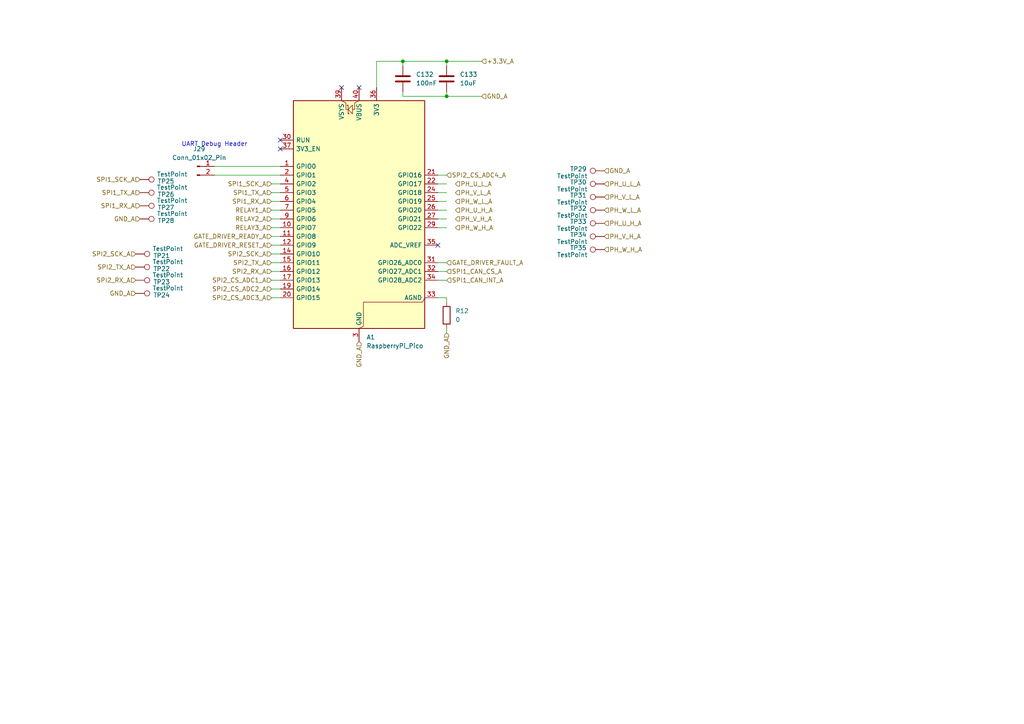
<source format=kicad_sch>
(kicad_sch (version 20250114) (generator "eeschema") (generator_version "9.0")
  (paper "A4")
  (lib_symbols
    (symbol "Connector:Conn_01x02_Pin" (pin_names (offset 1.016) (hide yes))
      (property "Reference" "J" (at 0 2.54 0))
      (property "Value" "Conn_01x02_Pin" (at 0 -5.08 0))
      (symbol "Conn_01x02_Pin_1_1"
        (rectangle (start 0.8636 0.127) (end 0 -0.127) (stroke (width 0.1524)) (fill (type outline)))
        (rectangle (start 0.8636 -2.413) (end 0 -2.667) (stroke (width 0.1524)) (fill (type outline)))
        (polyline (pts (xy 1.27 0) (xy 0.8636 0)) (stroke (width 0.1524)))
        (polyline (pts (xy 1.27 -2.54) (xy 0.8636 -2.54)) (stroke (width 0.1524)))
        (pin passive line (at 5.08 0 180) (length 3.81) (name "Pin_1") (number "1"))
        (pin passive line (at 5.08 -2.54 180) (length 3.81) (name "Pin_2") (number "2"))
      )
    )
    (symbol "Connector:TestPoint" (pin_numbers (hide yes)) (pin_names (offset 0.762) (hide yes))
      (property "Reference" "TP" (at 0 6.858 0))
      (property "Value" "TestPoint" (at 0 5.08 0))
      (symbol "TestPoint_0_1"
        (circle (center 0 3.302) (radius 0.762))
      )
      (symbol "TestPoint_1_1"
        (pin passive line (at 0 0 90) (length 2.54) (name "1") (number "1"))
      )
    )
    (symbol "Device:C" (pin_numbers (hide yes)) (pin_names (offset 0.254))
      (property "Reference" "C" (at 0.635 2.54 0))
      (property "Value" "C" (at 0.635 -2.54 0))
      (symbol "C_0_1"
        (polyline (pts (xy -2.032 0.762) (xy 2.032 0.762)) (stroke (width 0.508)))
        (polyline (pts (xy -2.032 -0.762) (xy 2.032 -0.762)) (stroke (width 0.508)))
      )
      (symbol "C_1_1"
        (pin passive line (at 0 3.81 270) (length 2.794) (name "~") (number "1"))
        (pin passive line (at 0 -3.81 90) (length 2.794) (name "~") (number "2"))
      )
    )
    (symbol "Device:R" (pin_numbers (hide yes)) (pin_names (offset 0))
      (property "Reference" "R" (at 2.032 0 90))
      (property "Value" "R" (at 0 0 90))
      (symbol "R_0_1"
        (rectangle (start -1.016 -2.54) (end 1.016 2.54) (stroke (width 0.254)))
      )
      (symbol "R_1_1"
        (pin passive line (at 0 3.81 270) (length 1.27) (name "~") (number "1"))
        (pin passive line (at 0 -3.81 90) (length 1.27) (name "~") (number "2"))
      )
    )
    (symbol "MCU_Module:RaspberryPi_Pico" (pin_names (offset 0.762))
      (property "Reference" "A" (at -19.05 35.56 0))
      (property "Value" "RaspberryPi_Pico" (at 7.62 35.56 0))
      (symbol "RaspberryPi_Pico_0_1"
        (rectangle (start -19.05 34.29) (end 19.05 -31.75) (stroke (width 0.254)) (fill (type background)))
        (polyline (pts (xy -5.08 34.29) (xy -3.81 33.655) (xy -3.81 31.75) (xy -3.175 31.75)))
        (polyline (pts (xy -3.429 32.766) (xy -3.429 33.02) (xy -3.175 33.02) (xy -3.175 30.48) (xy -2.921 30.48) (xy -2.921 30.734)))
        (polyline (pts (xy -3.175 31.75) (xy -1.905 33.02) (xy -1.905 30.48) (xy -3.175 31.75)))
        (polyline (pts (xy 0 34.29) (xy -1.27 33.655) (xy -1.27 31.75) (xy -1.905 31.75)))
        (polyline (pts (xy 0 -31.75) (xy 1.27 -31.115) (xy 1.27 -24.13) (xy 18.415 -24.13) (xy 19.05 -22.86)))
      )
      (symbol "RaspberryPi_Pico_1_1"
        (pin passive line (at -22.86 22.86 0) (length 3.81) (name "RUN") (number "30"))
        (pin passive line (at -22.86 20.32 0) (length 3.81) (name "3V3_EN") (number "37"))
        (pin bidirectional line (at -22.86 15.24 0) (length 3.81) (name "GPIO0") (number "1"))
        (pin bidirectional line (at -22.86 12.7 0) (length 3.81) (name "GPIO1") (number "2"))
        (pin bidirectional line (at -22.86 10.16 0) (length 3.81) (name "GPIO2") (number "4"))
        (pin bidirectional line (at -22.86 7.62 0) (length 3.81) (name "GPIO3") (number "5"))
        (pin bidirectional line (at -22.86 5.08 0) (length 3.81) (name "GPIO4") (number "6"))
        (pin bidirectional line (at -22.86 2.54 0) (length 3.81) (name "GPIO5") (number "7"))
        (pin bidirectional line (at -22.86 0 0) (length 3.81) (name "GPIO6") (number "9"))
        (pin bidirectional line (at -22.86 -2.54 0) (length 3.81) (name "GPIO7") (number "10"))
        (pin bidirectional line (at -22.86 -5.08 0) (length 3.81) (name "GPIO8") (number "11"))
        (pin bidirectional line (at -22.86 -7.62 0) (length 3.81) (name "GPIO9") (number "12"))
        (pin bidirectional line (at -22.86 -10.16 0) (length 3.81) (name "GPIO10") (number "14"))
        (pin bidirectional line (at -22.86 -12.7 0) (length 3.81) (name "GPIO11") (number "15"))
        (pin bidirectional line (at -22.86 -15.24 0) (length 3.81) (name "GPIO12") (number "16"))
        (pin bidirectional line (at -22.86 -17.78 0) (length 3.81) (name "GPIO13") (number "17"))
        (pin bidirectional line (at -22.86 -20.32 0) (length 3.81) (name "GPIO14") (number "19"))
        (pin bidirectional line (at -22.86 -22.86 0) (length 3.81) (name "GPIO15") (number "20"))
        (pin power_in line (at -5.08 38.1 270) (length 3.81) (name "VSYS") (number "39"))
        (pin power_out line (at 0 38.1 270) (length 3.81) (name "VBUS") (number "40"))
        (pin passive line (at 0 -35.56 90) (length 3.81) (hide yes) (name "GND") (number "13"))
        (pin passive line (at 0 -35.56 90) (length 3.81) (hide yes) (name "GND") (number "18"))
        (pin passive line (at 0 -35.56 90) (length 3.81) (hide yes) (name "GND") (number "23"))
        (pin passive line (at 0 -35.56 90) (length 3.81) (hide yes) (name "GND") (number "28"))
        (pin power_out line (at 0 -35.56 90) (length 3.81) (name "GND") (number "3"))
        (pin passive line (at 0 -35.56 90) (length 3.81) (hide yes) (name "GND") (number "38"))
        (pin passive line (at 0 -35.56 90) (length 3.81) (hide yes) (name "GND") (number "8"))
        (pin power_out line (at 5.08 38.1 270) (length 3.81) (name "3V3") (number "36"))
        (pin bidirectional line (at 22.86 12.7 180) (length 3.81) (name "GPIO16") (number "21"))
        (pin bidirectional line (at 22.86 10.16 180) (length 3.81) (name "GPIO17") (number "22"))
        (pin bidirectional line (at 22.86 7.62 180) (length 3.81) (name "GPIO18") (number "24"))
        (pin bidirectional line (at 22.86 5.08 180) (length 3.81) (name "GPIO19") (number "25"))
        (pin bidirectional line (at 22.86 2.54 180) (length 3.81) (name "GPIO20") (number "26"))
        (pin bidirectional line (at 22.86 0 180) (length 3.81) (name "GPIO21") (number "27"))
        (pin bidirectional line (at 22.86 -2.54 180) (length 3.81) (name "GPIO22") (number "29"))
        (pin power_in line (at 22.86 -7.62 180) (length 3.81) (name "ADC_VREF") (number "35"))
        (pin bidirectional line (at 22.86 -12.7 180) (length 3.81) (name "GPIO26_ADC0") (number "31"))
        (pin bidirectional line (at 22.86 -15.24 180) (length 3.81) (name "GPIO27_ADC1") (number "32"))
        (pin bidirectional line (at 22.86 -17.78 180) (length 3.81) (name "GPIO28_ADC2") (number "34"))
        (pin power_out line (at 22.86 -22.86 180) (length 3.81) (name "AGND") (number "33"))
      )
    )
  )
  (text "UART Debug Header" (at 62.23 41.91 0) (effects (font (size 1.27 1.27))))
  (junction (at 129.54 27.94))
  (junction (at 129.54 17.78))
  (junction (at 116.84 17.78))
  (no_connect (at 104.14 25.4))
  (no_connect (at 99.06 25.4))
  (no_connect (at 127 71.12))
  (no_connect (at 81.28 43.18))
  (no_connect (at 81.28 40.64))
  (wire (pts (xy 116.84 27.94) (xy 116.84 26.67)))
  (wire (pts (xy 129.54 63.5) (xy 127 63.5)))
  (wire (pts (xy 129.54 17.78) (xy 129.54 19.05)))
  (wire (pts (xy 78.74 76.2) (xy 81.28 76.2)))
  (wire (pts (xy 129.54 58.42) (xy 127 58.42)))
  (wire (pts (xy 78.74 60.96) (xy 81.28 60.96)))
  (wire (pts (xy 78.74 63.5) (xy 81.28 63.5)))
  (wire (pts (xy 139.7 17.78) (xy 129.54 17.78)))
  (wire (pts (xy 129.54 60.96) (xy 127 60.96)))
  (wire (pts (xy 78.74 86.36) (xy 81.28 86.36)))
  (wire (pts (xy 78.74 71.12) (xy 81.28 71.12)))
  (wire (pts (xy 78.74 53.34) (xy 81.28 53.34)))
  (wire (pts (xy 129.54 27.94) (xy 129.54 26.67)))
  (wire (pts (xy 109.22 17.78) (xy 109.22 25.4)))
  (wire (pts (xy 129.54 55.88) (xy 127 55.88)))
  (wire (pts (xy 116.84 17.78) (xy 116.84 19.05)))
  (wire (pts (xy 78.74 58.42) (xy 81.28 58.42)))
  (wire (pts (xy 127 78.74) (xy 129.54 78.74)))
  (wire (pts (xy 129.54 76.2) (xy 127 76.2)))
  (wire (pts (xy 129.54 53.34) (xy 127 53.34)))
  (wire (pts (xy 62.23 48.26) (xy 81.28 48.26)))
  (wire (pts (xy 129.54 87.63) (xy 129.54 86.36)))
  (wire (pts (xy 116.84 17.78) (xy 109.22 17.78)))
  (wire (pts (xy 129.54 86.36) (xy 127 86.36)))
  (wire (pts (xy 62.23 50.8) (xy 81.28 50.8)))
  (wire (pts (xy 78.74 81.28) (xy 81.28 81.28)))
  (wire (pts (xy 129.54 27.94) (xy 139.7 27.94)))
  (wire (pts (xy 129.54 66.04) (xy 127 66.04)))
  (wire (pts (xy 78.74 66.04) (xy 81.28 66.04)))
  (wire (pts (xy 78.74 68.58) (xy 81.28 68.58)))
  (wire (pts (xy 127 81.28) (xy 129.54 81.28)))
  (wire (pts (xy 129.54 95.25) (xy 129.54 96.52)))
  (wire (pts (xy 116.84 27.94) (xy 129.54 27.94)))
  (wire (pts (xy 127 50.8) (xy 129.54 50.8)))
  (wire (pts (xy 78.74 83.82) (xy 81.28 83.82)))
  (wire (pts (xy 78.74 73.66) (xy 81.28 73.66)))
  (wire (pts (xy 78.74 78.74) (xy 81.28 78.74)))
  (wire (pts (xy 78.74 55.88) (xy 81.28 55.88)))
  (wire (pts (xy 129.54 17.78) (xy 116.84 17.78)))
  (hierarchical_label "SPI2_TX_A" (shape input) (at 39.37 77.47 180))
  (hierarchical_label "SPI1_CAN_CS_A" (shape input) (at 129.54 78.74 0))
  (hierarchical_label "PH_V_L_A" (shape input) (at 132.08 55.88 0))
  (hierarchical_label "SPI1_TX_A" (shape input) (at 78.74 55.88 180))
  (hierarchical_label "SPI2_CS_ADC1_A" (shape input) (at 78.74 81.28 180))
  (hierarchical_label "RELAY3_A" (shape input) (at 78.74 66.04 180))
  (hierarchical_label "PH_W_L_A" (shape input) (at 175.26 60.96 0))
  (hierarchical_label "GATE_DRIVER_RESET_A" (shape input) (at 78.74 71.12 180))
  (hierarchical_label "SPI1_CAN_INT_A" (shape input) (at 129.54 81.28 0))
  (hierarchical_label "GND_A" (shape input) (at 104.14 99.06 270))
  (hierarchical_label "SPI1_SCK_A" (shape input) (at 78.74 53.34 180))
  (hierarchical_label "GND_A" (shape input) (at 40.64 63.5 180))
  (hierarchical_label "+3.3V_A" (shape input) (at 139.7 17.78 0))
  (hierarchical_label "RELAY1_A" (shape input) (at 78.74 60.96 180))
  (hierarchical_label "SPI1_RX_A" (shape input) (at 40.64 59.69 180))
  (hierarchical_label "SPI2_RX_A" (shape input) (at 78.74 78.74 180))
  (hierarchical_label "PH_W_H_A" (shape input) (at 132.08 66.04 0))
  (hierarchical_label "PH_V_L_A" (shape input) (at 175.26 57.15 0))
  (hierarchical_label "SPI2_CS_ADC2_A" (shape input) (at 78.74 83.82 180))
  (hierarchical_label "GND_A" (shape input) (at 39.37 85.09 180))
  (hierarchical_label "SPI2_SCK_A" (shape input) (at 39.37 73.66 180))
  (hierarchical_label "SPI2_SCK_A" (shape input) (at 78.74 73.66 180))
  (hierarchical_label "SPI2_TX_A" (shape input) (at 78.74 76.2 180))
  (hierarchical_label "PH_V_H_A" (shape input) (at 175.26 68.58 0))
  (hierarchical_label "SPI1_TX_A" (shape input) (at 40.64 55.88 180))
  (hierarchical_label "PH_W_L_A" (shape input) (at 132.08 58.42 0))
  (hierarchical_label "GATE_DRIVER_FAULT_A" (shape input) (at 129.54 76.2 0))
  (hierarchical_label "GATE_DRIVER_READY_A" (shape input) (at 78.74 68.58 180))
  (hierarchical_label "SPI2_CS_ADC4_A" (shape input) (at 129.54 50.8 0))
  (hierarchical_label "PH_U_H_A" (shape input) (at 132.08 60.96 0))
  (hierarchical_label "SPI1_RX_A" (shape input) (at 78.74 58.42 180))
  (hierarchical_label "PH_V_H_A" (shape input) (at 132.08 63.5 0))
  (hierarchical_label "PH_U_L_A" (shape input) (at 175.26 53.34 0))
  (hierarchical_label "PH_U_L_A" (shape input) (at 132.08 53.34 0))
  (hierarchical_label "SPI1_SCK_A" (shape input) (at 40.64 52.07 180))
  (hierarchical_label "GND_A" (shape input) (at 139.7 27.94 0))
  (hierarchical_label "GND_A" (shape input) (at 175.26 49.53 0))
  (hierarchical_label "PH_U_H_A" (shape input) (at 175.26 64.77 0))
  (hierarchical_label "PH_W_H_A" (shape input) (at 175.26 72.39 0))
  (hierarchical_label "GND_A" (shape input) (at 129.54 96.52 270))
  (hierarchical_label "SPI2_CS_ADC3_A" (shape input) (at 78.74 86.36 180))
  (hierarchical_label "RELAY2_A" (shape input) (at 78.74 63.5 180))
  (hierarchical_label "SPI2_RX_A" (shape input) (at 39.37 81.28 180))
  (symbol (lib_id "Connector:TestPoint") (at 40.64 59.69 270) (unit 1)
    (property "Reference" "TP27" (at 45.72 60.198 90) (effects (justify left)))
    (property "Value" "TestPoint" (at 45.466 58.166 90) (effects (justify left)))
    (property "Footprint" "TestPoint:TestPoint_Loop_D2.54mm_Drill1.5mm_Beaded" (effects (hide yes)))
    (property "Description" "test point" (effects (hide yes)))
  )
  (symbol (lib_id "Connector:TestPoint") (at 39.37 77.47 270) (unit 1)
    (property "Reference" "TP22" (at 44.45 77.978 90) (effects (justify left)))
    (property "Value" "TestPoint" (at 44.196 75.946 90) (effects (justify left)))
    (property "Footprint" "TestPoint:TestPoint_Loop_D2.54mm_Drill1.5mm_Beaded" (effects (hide yes)))
    (property "Description" "test point" (effects (hide yes)))
  )
  (symbol (lib_id "Connector:TestPoint") (at 40.64 52.07 270) (unit 1)
    (property "Reference" "TP25" (at 45.72 52.578 90) (effects (justify left)))
    (property "Value" "TestPoint" (at 45.466 50.546 90) (effects (justify left)))
    (property "Footprint" "TestPoint:TestPoint_Loop_D2.54mm_Drill1.5mm_Beaded" (effects (hide yes)))
    (property "Description" "test point" (effects (hide yes)))
  )
  (symbol (lib_id "Connector:TestPoint") (at 39.37 85.09 270) (unit 1)
    (property "Reference" "TP24" (at 44.45 85.598 90) (effects (justify left)))
    (property "Value" "TestPoint" (at 44.196 83.566 90) (effects (justify left)))
    (property "Footprint" "TestPoint:TestPoint_Loop_D2.54mm_Drill1.5mm_Beaded" (effects (hide yes)))
    (property "Description" "test point" (effects (hide yes)))
  )
  (symbol (lib_id "Connector:TestPoint") (at 40.64 63.5 270) (unit 1)
    (property "Reference" "TP28" (at 45.72 64.008 90) (effects (justify left)))
    (property "Value" "TestPoint" (at 45.466 61.976 90) (effects (justify left)))
    (property "Footprint" "TestPoint:TestPoint_Loop_D2.54mm_Drill1.5mm_Beaded" (effects (hide yes)))
    (property "Description" "test point" (effects (hide yes)))
  )
  (symbol (lib_id "Device:C") (at 129.54 22.86 0) (unit 1)
    (property "Reference" "C133" (at 133.35 21.5899 0) (effects (justify left)))
    (property "Value" "10uF" (at 133.35 24.13 0) (effects (justify left)))
    (property "Footprint" "Capacitor_SMD:C_1210_3225Metric_Pad1.33x2.70mm_HandSolder" (effects (hide yes)))
    (property "Description" "Unpolarized capacitor" (effects (hide yes)))
  )
  (symbol (lib_id "Connector:TestPoint") (at 175.26 60.96 90) (unit 1)
    (property "Reference" "TP32" (at 170.18 60.452 90) (effects (justify left)))
    (property "Value" "TestPoint" (at 170.434 62.484 90) (effects (justify left)))
    (property "Footprint" "TestPoint:TestPoint_Loop_D2.54mm_Drill1.5mm_Beaded" (effects (hide yes)))
    (property "Description" "test point" (effects (hide yes)))
  )
  (symbol (lib_id "MCU_Module:RaspberryPi_Pico") (at 104.14 63.5 0) (unit 1)
    (property "Reference" "A1" (at 106.2833 97.79 0) (effects (justify left)))
    (property "Value" "RaspberryPi_Pico" (at 106.2833 100.33 0) (effects (justify left)))
    (property "Footprint" "InverterCom:RaspberryPi_Pico_Common_Unspecified" (effects (hide yes)))
    (property "Datasheet" "https://datasheets.raspberrypi.com/pico/pico-datasheet.pdf" (effects (hide yes)))
    (property "Description" "Versatile and inexpensive microcontroller module powered by RP2040 dual-core Arm Cortex-M0+ processor up to 133 MHz, 264kB SRAM, 2MB QSPI flash; also supports Raspberry Pi Pico 2" (effects (hide yes)))
  )
  (symbol (lib_id "Connector:TestPoint") (at 175.26 53.34 90) (unit 1)
    (property "Reference" "TP30" (at 170.18 52.832 90) (effects (justify left)))
    (property "Value" "TestPoint" (at 170.434 54.864 90) (effects (justify left)))
    (property "Footprint" "TestPoint:TestPoint_Loop_D2.54mm_Drill1.5mm_Beaded" (effects (hide yes)))
    (property "Description" "test point" (effects (hide yes)))
  )
  (symbol (lib_id "Connector:TestPoint") (at 39.37 81.28 270) (unit 1)
    (property "Reference" "TP23" (at 44.45 81.788 90) (effects (justify left)))
    (property "Value" "TestPoint" (at 44.196 79.756 90) (effects (justify left)))
    (property "Footprint" "TestPoint:TestPoint_Loop_D2.54mm_Drill1.5mm_Beaded" (effects (hide yes)))
    (property "Description" "test point" (effects (hide yes)))
  )
  (symbol (lib_id "Connector:TestPoint") (at 175.26 57.15 90) (unit 1)
    (property "Reference" "TP31" (at 170.18 56.642 90) (effects (justify left)))
    (property "Value" "TestPoint" (at 170.434 58.674 90) (effects (justify left)))
    (property "Footprint" "TestPoint:TestPoint_Loop_D2.54mm_Drill1.5mm_Beaded" (effects (hide yes)))
    (property "Description" "test point" (effects (hide yes)))
  )
  (symbol (lib_id "Connector:TestPoint") (at 175.26 72.39 90) (unit 1)
    (property "Reference" "TP35" (at 170.18 71.882 90) (effects (justify left)))
    (property "Value" "TestPoint" (at 170.434 73.914 90) (effects (justify left)))
    (property "Footprint" "TestPoint:TestPoint_Loop_D2.54mm_Drill1.5mm_Beaded" (effects (hide yes)))
    (property "Description" "test point" (effects (hide yes)))
  )
  (symbol (lib_id "Device:R") (at 129.54 91.44 0) (unit 1)
    (property "Reference" "R12" (at 132.08 90.1699 0) (effects (justify left)))
    (property "Value" "0" (at 132.08 92.7099 0) (effects (justify left)))
    (property "Footprint" "Resistor_SMD:R_1210_3225Metric_Pad1.30x2.65mm_HandSolder" (effects (hide yes)))
    (property "Description" "Resistor" (effects (hide yes)))
  )
  (symbol (lib_id "Connector:TestPoint") (at 39.37 73.66 270) (unit 1)
    (property "Reference" "TP21" (at 44.45 74.168 90) (effects (justify left)))
    (property "Value" "TestPoint" (at 44.196 72.136 90) (effects (justify left)))
    (property "Footprint" "TestPoint:TestPoint_Loop_D2.54mm_Drill1.5mm_Beaded" (effects (hide yes)))
    (property "Description" "test point" (effects (hide yes)))
  )
  (symbol (lib_id "Connector:TestPoint") (at 175.26 49.53 90) (unit 1)
    (property "Reference" "TP29" (at 170.18 49.022 90) (effects (justify left)))
    (property "Value" "TestPoint" (at 170.434 51.054 90) (effects (justify left)))
    (property "Footprint" "TestPoint:TestPoint_Loop_D2.54mm_Drill1.5mm_Beaded" (effects (hide yes)))
    (property "Description" "test point" (effects (hide yes)))
  )
  (symbol (lib_id "Connector:Conn_01x02_Pin") (at 57.15 48.26 0) (unit 1)
    (property "Reference" "J29" (at 57.785 43.18 0))
    (property "Value" "Conn_01x02_Pin" (at 57.785 45.72 0))
    (property "Footprint" "Connector_PinHeader_2.54mm:PinHeader_1x02_P2.54mm_Vertical" (effects (hide yes)))
    (property "Description" "Generic connector, single row, 01x02, script generated" (effects (hide yes)))
  )
  (symbol (lib_id "Device:C") (at 116.84 22.86 0) (unit 1)
    (property "Reference" "C132" (at 120.65 21.5899 0) (effects (justify left)))
    (property "Value" "100nF" (at 120.65 24.13 0) (effects (justify left)))
    (property "Footprint" "Capacitor_SMD:C_1210_3225Metric_Pad1.33x2.70mm_HandSolder" (effects (hide yes)))
    (property "Description" "Unpolarized capacitor" (effects (hide yes)))
  )
  (symbol (lib_id "Connector:TestPoint") (at 175.26 64.77 90) (unit 1)
    (property "Reference" "TP33" (at 170.18 64.262 90) (effects (justify left)))
    (property "Value" "TestPoint" (at 170.434 66.294 90) (effects (justify left)))
    (property "Footprint" "TestPoint:TestPoint_Loop_D2.54mm_Drill1.5mm_Beaded" (effects (hide yes)))
    (property "Description" "test point" (effects (hide yes)))
  )
  (symbol (lib_id "Connector:TestPoint") (at 175.26 68.58 90) (unit 1)
    (property "Reference" "TP34" (at 170.18 68.072 90) (effects (justify left)))
    (property "Value" "TestPoint" (at 170.434 70.104 90) (effects (justify left)))
    (property "Footprint" "TestPoint:TestPoint_Loop_D2.54mm_Drill1.5mm_Beaded" (effects (hide yes)))
    (property "Description" "test point" (effects (hide yes)))
  )
  (symbol (lib_id "Connector:TestPoint") (at 40.64 55.88 270) (unit 1)
    (property "Reference" "TP26" (at 45.72 56.388 90) (effects (justify left)))
    (property "Value" "TestPoint" (at 45.466 54.356 90) (effects (justify left)))
    (property "Footprint" "TestPoint:TestPoint_Loop_D2.54mm_Drill1.5mm_Beaded" (effects (hide yes)))
    (property "Description" "test point" (effects (hide yes)))
  )
)
</source>
